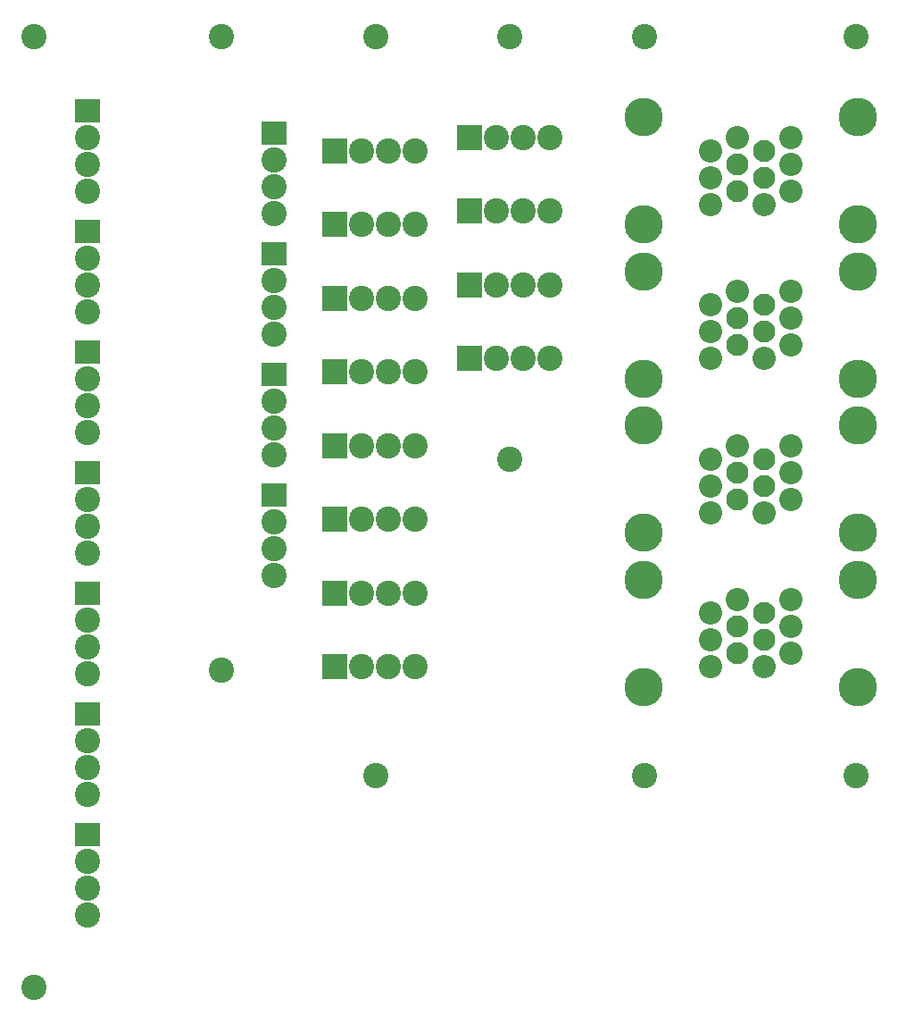
<source format=gbs>
G04 #@! TF.FileFunction,Soldermask,Bot*
%FSLAX46Y46*%
G04 Gerber Fmt 4.6, Leading zero omitted, Abs format (unit mm)*
G04 Created by KiCad (PCBNEW 4.0.5+dfsg1-4) date Tue Nov 20 18:09:02 2018*
%MOMM*%
%LPD*%
G01*
G04 APERTURE LIST*
%ADD10C,0.100000*%
%ADD11C,2.400000*%
%ADD12R,2.398980X2.398980*%
%ADD13C,2.398980*%
%ADD14R,2.398980X2.200860*%
%ADD15C,2.200860*%
%ADD16C,2.100000*%
%ADD17C,3.651200*%
G04 APERTURE END LIST*
D10*
D11*
X96520000Y-52070000D03*
X96520000Y-142113000D03*
X114300000Y-112077500D03*
X114300000Y-52070000D03*
X128905000Y-122110500D03*
X128905000Y-52070000D03*
X141605000Y-52070000D03*
X141605000Y-92075000D03*
D12*
X137858500Y-75565000D03*
D13*
X140398500Y-75565000D03*
X142938500Y-75565000D03*
X145478500Y-75565000D03*
D12*
X137858500Y-61595000D03*
D13*
X140398500Y-61595000D03*
X142938500Y-61595000D03*
X145478500Y-61595000D03*
D12*
X137858500Y-82550000D03*
D13*
X140398500Y-82550000D03*
X142938500Y-82550000D03*
X145478500Y-82550000D03*
D12*
X137858500Y-68580000D03*
D13*
X140398500Y-68580000D03*
X142938500Y-68580000D03*
X145478500Y-68580000D03*
D12*
X125031500Y-111760000D03*
D13*
X127571500Y-111760000D03*
X130111500Y-111760000D03*
X132651500Y-111760000D03*
D12*
X125031500Y-104775000D03*
D13*
X127571500Y-104775000D03*
X130111500Y-104775000D03*
X132651500Y-104775000D03*
D12*
X125031500Y-97790000D03*
D13*
X127571500Y-97790000D03*
X130111500Y-97790000D03*
X132651500Y-97790000D03*
D12*
X125031500Y-62865000D03*
D13*
X127571500Y-62865000D03*
X130111500Y-62865000D03*
X132651500Y-62865000D03*
D12*
X125031500Y-90805000D03*
D13*
X127571500Y-90805000D03*
X130111500Y-90805000D03*
X132651500Y-90805000D03*
D12*
X125031500Y-69850000D03*
D13*
X127571500Y-69850000D03*
X130111500Y-69850000D03*
X132651500Y-69850000D03*
D12*
X125031500Y-83820000D03*
D13*
X127571500Y-83820000D03*
X130111500Y-83820000D03*
X132651500Y-83820000D03*
D12*
X125031500Y-76835000D03*
D13*
X127571500Y-76835000D03*
X130111500Y-76835000D03*
X132651500Y-76835000D03*
D14*
X119253000Y-95504000D03*
D13*
X119253000Y-98044000D03*
X119253000Y-100584000D03*
X119253000Y-103124000D03*
D14*
X119253000Y-84074000D03*
D13*
X119253000Y-86614000D03*
X119253000Y-89154000D03*
X119253000Y-91694000D03*
D14*
X119253000Y-72644000D03*
D13*
X119253000Y-75184000D03*
X119253000Y-77724000D03*
X119253000Y-80264000D03*
D14*
X119253000Y-61214000D03*
D13*
X119253000Y-63754000D03*
X119253000Y-66294000D03*
X119253000Y-68834000D03*
D14*
X101600000Y-93345000D03*
D13*
X101600000Y-95885000D03*
X101600000Y-98425000D03*
X101600000Y-100965000D03*
D14*
X101600000Y-59055000D03*
D13*
X101600000Y-61595000D03*
X101600000Y-64135000D03*
X101600000Y-66675000D03*
D14*
X101600000Y-81915000D03*
D13*
X101600000Y-84455000D03*
X101600000Y-86995000D03*
X101600000Y-89535000D03*
D14*
X101600000Y-70485000D03*
D13*
X101600000Y-73025000D03*
X101600000Y-75565000D03*
X101600000Y-78105000D03*
D14*
X101600000Y-116205000D03*
D13*
X101600000Y-118745000D03*
X101600000Y-121285000D03*
X101600000Y-123825000D03*
D14*
X101600000Y-127635000D03*
D13*
X101600000Y-130175000D03*
X101600000Y-132715000D03*
X101600000Y-135255000D03*
D14*
X101600000Y-104775000D03*
D13*
X101600000Y-107315000D03*
X101600000Y-109855000D03*
X101600000Y-112395000D03*
D11*
X154432000Y-52070000D03*
X174498000Y-52070000D03*
X154432000Y-122110500D03*
X174498000Y-122110500D03*
D15*
X160655000Y-109220000D03*
X160655000Y-106680000D03*
X160655000Y-111760000D03*
X163195000Y-105410000D03*
D16*
X163195000Y-107950000D03*
X163195000Y-110490000D03*
D17*
X154305000Y-113665000D03*
X154305000Y-103505000D03*
D15*
X168275000Y-107950000D03*
X168275000Y-110490000D03*
X168275000Y-105410000D03*
X165735000Y-111760000D03*
D16*
X165735000Y-109220000D03*
X165735000Y-106680000D03*
D17*
X174625000Y-103505000D03*
X174625000Y-113665000D03*
D15*
X160655000Y-94615000D03*
X160655000Y-92075000D03*
X160655000Y-97155000D03*
X163195000Y-90805000D03*
D16*
X163195000Y-93345000D03*
X163195000Y-95885000D03*
D17*
X154305000Y-99060000D03*
X154305000Y-88900000D03*
D15*
X168275000Y-93345000D03*
X168275000Y-95885000D03*
X168275000Y-90805000D03*
X165735000Y-97155000D03*
D16*
X165735000Y-94615000D03*
X165735000Y-92075000D03*
D17*
X174625000Y-88900000D03*
X174625000Y-99060000D03*
D15*
X160655000Y-80010000D03*
X160655000Y-77470000D03*
X160655000Y-82550000D03*
X163195000Y-76200000D03*
D16*
X163195000Y-78740000D03*
X163195000Y-81280000D03*
D17*
X154305000Y-84455000D03*
X154305000Y-74295000D03*
D15*
X168275000Y-78740000D03*
X168275000Y-81280000D03*
X168275000Y-76200000D03*
X165735000Y-82550000D03*
D16*
X165735000Y-80010000D03*
X165735000Y-77470000D03*
D17*
X174625000Y-74295000D03*
X174625000Y-84455000D03*
D15*
X160655000Y-65405000D03*
X160655000Y-62865000D03*
X160655000Y-67945000D03*
X163195000Y-61595000D03*
D16*
X163195000Y-64135000D03*
X163195000Y-66675000D03*
D17*
X154305000Y-69850000D03*
X154305000Y-59690000D03*
D15*
X168275000Y-64135000D03*
X168275000Y-66675000D03*
X168275000Y-61595000D03*
X165735000Y-67945000D03*
D16*
X165735000Y-65405000D03*
X165735000Y-62865000D03*
D17*
X174625000Y-59690000D03*
X174625000Y-69850000D03*
M02*

</source>
